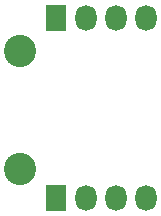
<source format=gbs>
G04 Layer_Color=16711935*
%FSLAX25Y25*%
%MOIN*%
G70*
G01*
G75*
%ADD25O,0.07099X0.08674*%
%ADD26R,0.07099X0.08674*%
%ADD27C,0.10737*%
D25*
X30000Y10000D02*
D03*
X40000D02*
D03*
X50000D02*
D03*
X30000Y70000D02*
D03*
X40000D02*
D03*
X50000D02*
D03*
D26*
X20000Y10000D02*
D03*
Y70000D02*
D03*
D27*
X7874Y59055D02*
D03*
Y19685D02*
D03*
M02*

</source>
